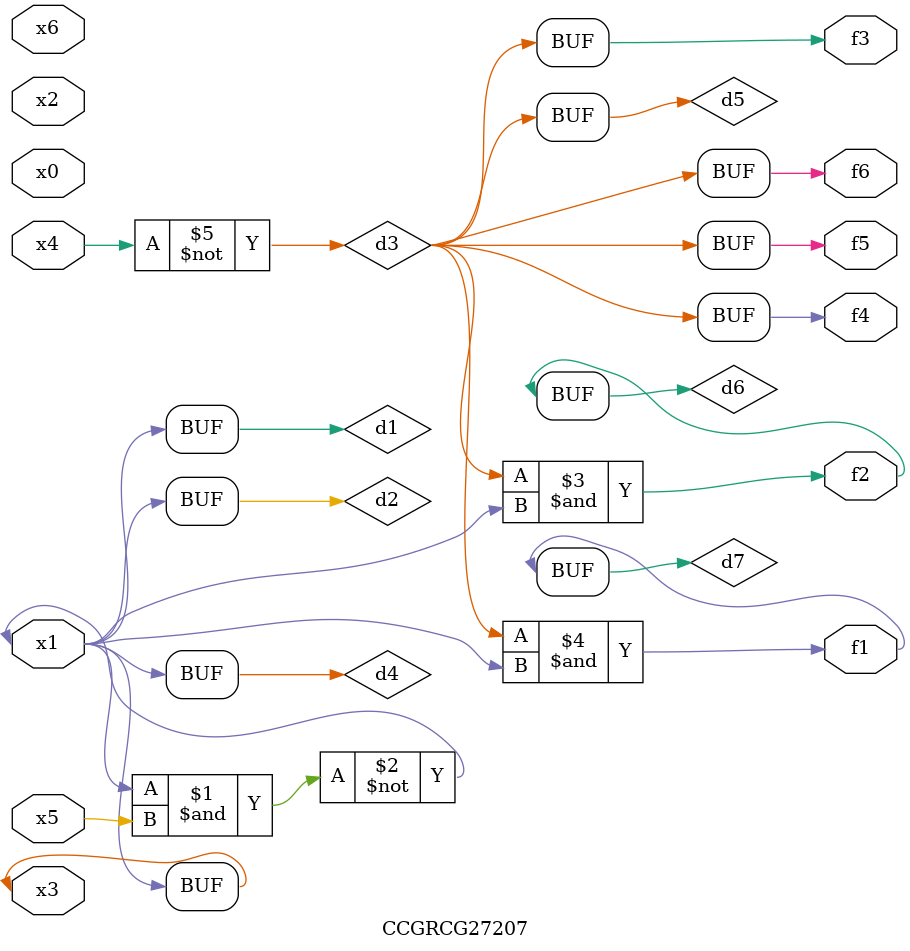
<source format=v>
module CCGRCG27207(
	input x0, x1, x2, x3, x4, x5, x6,
	output f1, f2, f3, f4, f5, f6
);

	wire d1, d2, d3, d4, d5, d6, d7;

	buf (d1, x1, x3);
	nand (d2, x1, x5);
	not (d3, x4);
	buf (d4, d1, d2);
	buf (d5, d3);
	and (d6, d3, d4);
	and (d7, d3, d4);
	assign f1 = d7;
	assign f2 = d6;
	assign f3 = d5;
	assign f4 = d5;
	assign f5 = d5;
	assign f6 = d5;
endmodule

</source>
